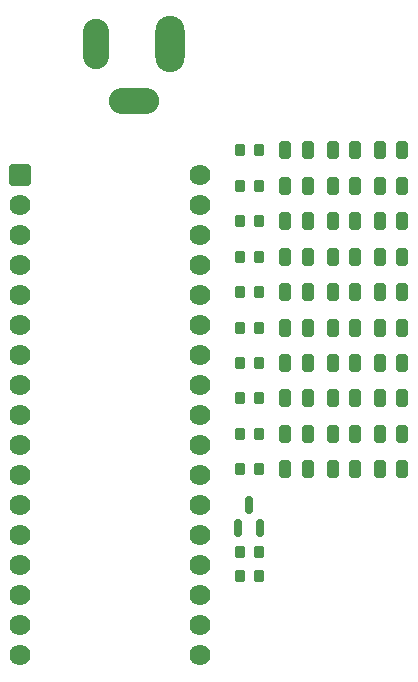
<source format=gbr>
%TF.GenerationSoftware,KiCad,Pcbnew,9.0.2*%
%TF.CreationDate,2025-06-26T16:26:35-07:00*%
%TF.ProjectId,basic-test,62617369-632d-4746-9573-742e6b696361,rev?*%
%TF.SameCoordinates,Original*%
%TF.FileFunction,Soldermask,Top*%
%TF.FilePolarity,Negative*%
%FSLAX46Y46*%
G04 Gerber Fmt 4.6, Leading zero omitted, Abs format (unit mm)*
G04 Created by KiCad (PCBNEW 9.0.2) date 2025-06-26 16:26:35*
%MOMM*%
%LPD*%
G01*
G04 APERTURE LIST*
G04 Aperture macros list*
%AMRoundRect*
0 Rectangle with rounded corners*
0 $1 Rounding radius*
0 $2 $3 $4 $5 $6 $7 $8 $9 X,Y pos of 4 corners*
0 Add a 4 corners polygon primitive as box body*
4,1,4,$2,$3,$4,$5,$6,$7,$8,$9,$2,$3,0*
0 Add four circle primitives for the rounded corners*
1,1,$1+$1,$2,$3*
1,1,$1+$1,$4,$5*
1,1,$1+$1,$6,$7*
1,1,$1+$1,$8,$9*
0 Add four rect primitives between the rounded corners*
20,1,$1+$1,$2,$3,$4,$5,0*
20,1,$1+$1,$4,$5,$6,$7,0*
20,1,$1+$1,$6,$7,$8,$9,0*
20,1,$1+$1,$8,$9,$2,$3,0*%
G04 Aperture macros list end*
%ADD10RoundRect,0.261500X0.261500X0.476500X-0.261500X0.476500X-0.261500X-0.476500X0.261500X-0.476500X0*%
%ADD11RoundRect,0.219000X-0.219000X-0.294000X0.219000X-0.294000X0.219000X0.294000X-0.219000X0.294000X0*%
%ADD12RoundRect,0.150000X0.150000X-0.590000X0.150000X0.590000X-0.150000X0.590000X-0.150000X-0.590000X0*%
%ADD13RoundRect,0.102000X-0.787400X-0.787400X0.787400X-0.787400X0.787400X0.787400X-0.787400X0.787400X0*%
%ADD14C,1.778800*%
%ADD15O,2.484000X4.764000*%
%ADD16O,4.254000X2.229000*%
%ADD17O,2.229000X4.254000*%
G04 APERTURE END LIST*
D10*
%TO.C,D2*%
X139060000Y-80000000D03*
X140940000Y-80000000D03*
%TD*%
D11*
%TO.C,R12*%
X131180000Y-116000000D03*
X132820000Y-116000000D03*
%TD*%
%TO.C,R11*%
X132820000Y-114000000D03*
X131180000Y-114000000D03*
%TD*%
%TO.C,R10*%
X131180000Y-107000000D03*
X132820000Y-107000000D03*
%TD*%
%TO.C,R9*%
X131180000Y-104000000D03*
X132820000Y-104000000D03*
%TD*%
%TO.C,R8*%
X131180000Y-101000000D03*
X132820000Y-101000000D03*
%TD*%
%TO.C,R7*%
X131180000Y-98000000D03*
X132820000Y-98000000D03*
%TD*%
%TO.C,R6*%
X131180000Y-95000000D03*
X132820000Y-95000000D03*
%TD*%
%TO.C,R5*%
X131180000Y-92000000D03*
X132820000Y-92000000D03*
%TD*%
%TO.C,R4*%
X131180000Y-89000000D03*
X132820000Y-89000000D03*
%TD*%
%TO.C,R3*%
X131180000Y-86000000D03*
X132820000Y-86000000D03*
%TD*%
%TO.C,R2*%
X131180000Y-83000000D03*
X132820000Y-83000000D03*
%TD*%
%TO.C,R1*%
X131180000Y-80000000D03*
X132820000Y-80000000D03*
%TD*%
D12*
%TO.C,Q1*%
X131050000Y-111940000D03*
X132950000Y-111940000D03*
X132000000Y-110060000D03*
%TD*%
D10*
%TO.C,D30*%
X144940000Y-107000000D03*
X143060000Y-107000000D03*
%TD*%
%TO.C,D29*%
X140940000Y-107000000D03*
X139060000Y-107000000D03*
%TD*%
%TO.C,D28*%
X136940000Y-107000000D03*
X135060000Y-107000000D03*
%TD*%
%TO.C,D27*%
X144940000Y-104000000D03*
X143060000Y-104000000D03*
%TD*%
%TO.C,D26*%
X140940000Y-104000000D03*
X139060000Y-104000000D03*
%TD*%
%TO.C,D25*%
X136940000Y-104000000D03*
X135060000Y-104000000D03*
%TD*%
%TO.C,D24*%
X144940000Y-101000000D03*
X143060000Y-101000000D03*
%TD*%
%TO.C,D23*%
X140940000Y-101000000D03*
X139060000Y-101000000D03*
%TD*%
%TO.C,D22*%
X136940000Y-101000000D03*
X135060000Y-101000000D03*
%TD*%
%TO.C,D21*%
X144940000Y-98000000D03*
X143060000Y-98000000D03*
%TD*%
%TO.C,D20*%
X140940000Y-98000000D03*
X139060000Y-98000000D03*
%TD*%
%TO.C,D19*%
X136940000Y-98000000D03*
X135060000Y-98000000D03*
%TD*%
%TO.C,D18*%
X144940000Y-95000000D03*
X143060000Y-95000000D03*
%TD*%
%TO.C,D17*%
X140940000Y-95000000D03*
X139060000Y-95000000D03*
%TD*%
%TO.C,D16*%
X136940000Y-95000000D03*
X135060000Y-95000000D03*
%TD*%
%TO.C,D15*%
X144940000Y-92000000D03*
X143060000Y-92000000D03*
%TD*%
%TO.C,D14*%
X140940000Y-92000000D03*
X139060000Y-92000000D03*
%TD*%
%TO.C,D13*%
X136940000Y-92000000D03*
X135060000Y-92000000D03*
%TD*%
%TO.C,D12*%
X144940000Y-89000000D03*
X143060000Y-89000000D03*
%TD*%
%TO.C,D11*%
X140940000Y-89000000D03*
X139060000Y-89000000D03*
%TD*%
%TO.C,D10*%
X136940000Y-89000000D03*
X135060000Y-89000000D03*
%TD*%
%TO.C,D9*%
X144940000Y-86000000D03*
X143060000Y-86000000D03*
%TD*%
%TO.C,D8*%
X140940000Y-86000000D03*
X139060000Y-86000000D03*
%TD*%
%TO.C,D7*%
X136940000Y-86000000D03*
X135060000Y-86000000D03*
%TD*%
%TO.C,D6*%
X144940000Y-83000000D03*
X143060000Y-83000000D03*
%TD*%
%TO.C,D5*%
X140940000Y-83000000D03*
X139060000Y-83000000D03*
%TD*%
%TO.C,D4*%
X136940000Y-83000000D03*
X135060000Y-83000000D03*
%TD*%
%TO.C,D3*%
X144940000Y-80000000D03*
X143060000Y-80000000D03*
%TD*%
D13*
%TO.C,U1*%
X112630000Y-82100000D03*
D14*
X112630000Y-84640000D03*
X112630000Y-87180000D03*
X112630000Y-89720000D03*
X112630000Y-92260000D03*
X112630000Y-94800000D03*
X112630000Y-97340000D03*
X112630000Y-99880000D03*
X112630000Y-102420000D03*
X112630000Y-104960000D03*
X112630000Y-107500000D03*
X112630000Y-110040000D03*
X112630000Y-112580000D03*
X112630000Y-115120000D03*
X112630000Y-117660000D03*
X112630000Y-120200000D03*
X112630000Y-122740000D03*
X127870000Y-122740000D03*
X127870000Y-120200000D03*
X127870000Y-117660000D03*
X127870000Y-115120000D03*
X127870000Y-112580000D03*
X127870000Y-110040000D03*
X127870000Y-107500000D03*
X127870000Y-104960000D03*
X127870000Y-102420000D03*
X127870000Y-99880000D03*
X127870000Y-97340000D03*
X127870000Y-94800000D03*
X127870000Y-92260000D03*
X127870000Y-89720000D03*
X127870000Y-87180000D03*
X127870000Y-84640000D03*
X127870000Y-82100000D03*
%TD*%
D15*
%TO.C,J1*%
X125250000Y-71000000D03*
D16*
X122250000Y-75800000D03*
D17*
X119000000Y-71000000D03*
%TD*%
D10*
%TO.C,D1*%
X136940000Y-80000000D03*
X135060000Y-80000000D03*
%TD*%
M02*

</source>
